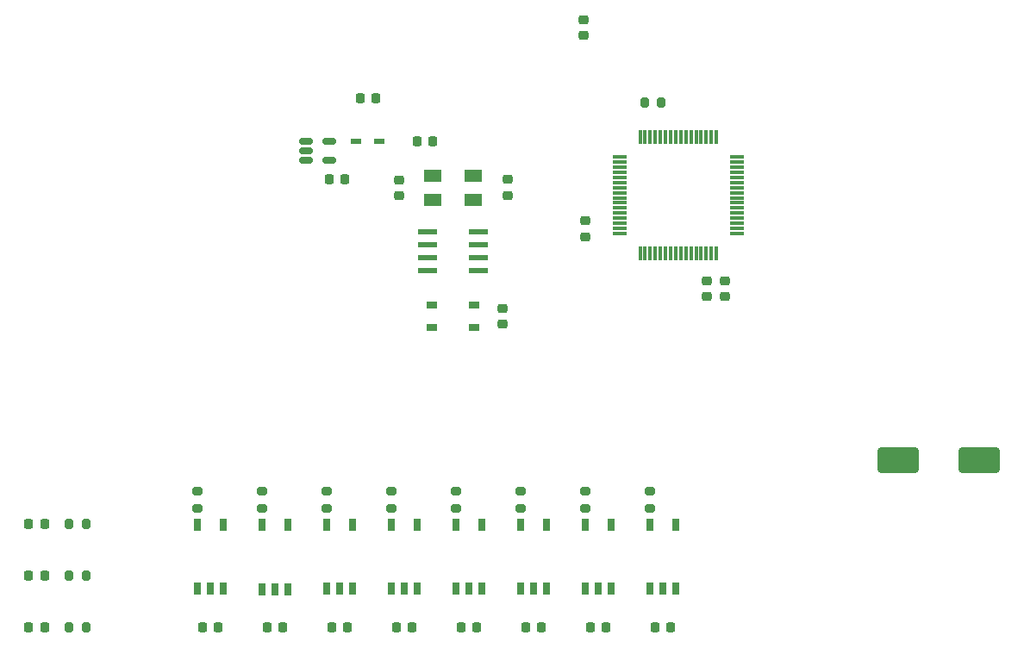
<source format=gtp>
%TF.GenerationSoftware,KiCad,Pcbnew,7.0.7*%
%TF.CreationDate,2024-01-23T17:49:00+09:00*%
%TF.ProjectId,ALTAIR_SERVO_MODULE_V1,414c5441-4952-45f5-9345-52564f5f4d4f,rev?*%
%TF.SameCoordinates,Original*%
%TF.FileFunction,Paste,Top*%
%TF.FilePolarity,Positive*%
%FSLAX46Y46*%
G04 Gerber Fmt 4.6, Leading zero omitted, Abs format (unit mm)*
G04 Created by KiCad (PCBNEW 7.0.7) date 2024-01-23 17:49:00*
%MOMM*%
%LPD*%
G01*
G04 APERTURE LIST*
G04 Aperture macros list*
%AMRoundRect*
0 Rectangle with rounded corners*
0 $1 Rounding radius*
0 $2 $3 $4 $5 $6 $7 $8 $9 X,Y pos of 4 corners*
0 Add a 4 corners polygon primitive as box body*
4,1,4,$2,$3,$4,$5,$6,$7,$8,$9,$2,$3,0*
0 Add four circle primitives for the rounded corners*
1,1,$1+$1,$2,$3*
1,1,$1+$1,$4,$5*
1,1,$1+$1,$6,$7*
1,1,$1+$1,$8,$9*
0 Add four rect primitives between the rounded corners*
20,1,$1+$1,$2,$3,$4,$5,0*
20,1,$1+$1,$4,$5,$6,$7,0*
20,1,$1+$1,$6,$7,$8,$9,0*
20,1,$1+$1,$8,$9,$2,$3,0*%
G04 Aperture macros list end*
%ADD10RoundRect,0.225000X-0.225000X-0.250000X0.225000X-0.250000X0.225000X0.250000X-0.225000X0.250000X0*%
%ADD11R,1.085000X0.550000*%
%ADD12R,0.800000X1.200000*%
%ADD13RoundRect,0.225000X-0.250000X0.225000X-0.250000X-0.225000X0.250000X-0.225000X0.250000X0.225000X0*%
%ADD14RoundRect,0.218750X-0.218750X-0.256250X0.218750X-0.256250X0.218750X0.256250X-0.218750X0.256250X0*%
%ADD15R,1.800000X1.200000*%
%ADD16RoundRect,0.200000X-0.200000X-0.275000X0.200000X-0.275000X0.200000X0.275000X-0.200000X0.275000X0*%
%ADD17RoundRect,0.225000X0.250000X-0.225000X0.250000X0.225000X-0.250000X0.225000X-0.250000X-0.225000X0*%
%ADD18RoundRect,0.250000X1.750000X1.000000X-1.750000X1.000000X-1.750000X-1.000000X1.750000X-1.000000X0*%
%ADD19RoundRect,0.200000X0.275000X-0.200000X0.275000X0.200000X-0.275000X0.200000X-0.275000X-0.200000X0*%
%ADD20R,1.475000X0.300000*%
%ADD21R,0.300000X1.475000*%
%ADD22RoundRect,0.150000X-0.512500X-0.150000X0.512500X-0.150000X0.512500X0.150000X-0.512500X0.150000X0*%
%ADD23R,1.050000X0.650000*%
%ADD24R,1.970000X0.590000*%
G04 APERTURE END LIST*
D10*
%TO.C,C17*%
X156705000Y-118695000D03*
X158255000Y-118695000D03*
%TD*%
D11*
%TO.C,D1*%
X142304700Y-70876200D03*
X140024700Y-70876200D03*
%TD*%
D12*
%TO.C,IC8*%
X171450000Y-108585000D03*
X168910000Y-108585000D03*
X168910000Y-114885000D03*
X170180000Y-114885000D03*
X171450000Y-114885000D03*
%TD*%
D13*
%TO.C,C7*%
X176276000Y-84582000D03*
X176276000Y-86132000D03*
%TD*%
D14*
%TO.C,LED3*%
X107915500Y-118618000D03*
X109490500Y-118618000D03*
%TD*%
D15*
%TO.C,Q1*%
X151563000Y-74251000D03*
X147563000Y-74251000D03*
X147563000Y-76651000D03*
X151563000Y-76651000D03*
%TD*%
D10*
%TO.C,C12*%
X124955000Y-118695000D03*
X126505000Y-118695000D03*
%TD*%
%TO.C,C19*%
X169405000Y-118695000D03*
X170955000Y-118695000D03*
%TD*%
D16*
%TO.C,R1*%
X111888000Y-108518000D03*
X113538000Y-108518000D03*
%TD*%
D17*
%TO.C,C1*%
X154940000Y-76215000D03*
X154940000Y-74665000D03*
%TD*%
D14*
%TO.C,LED1*%
X107915500Y-108458000D03*
X109490500Y-108458000D03*
%TD*%
D18*
%TO.C,C9*%
X201295000Y-102235000D03*
X193295000Y-102235000D03*
%TD*%
D19*
%TO.C,R8*%
X143510000Y-106934000D03*
X143510000Y-105284000D03*
%TD*%
D10*
%TO.C,C16*%
X150355000Y-118695000D03*
X151905000Y-118695000D03*
%TD*%
D19*
%TO.C,R10*%
X156210000Y-106934000D03*
X156210000Y-105284000D03*
%TD*%
D16*
%TO.C,R4*%
X168402000Y-67056000D03*
X170052000Y-67056000D03*
%TD*%
D10*
%TO.C,C15*%
X144005000Y-118695000D03*
X145555000Y-118695000D03*
%TD*%
D12*
%TO.C,IC3*%
X139700000Y-108585000D03*
X137160000Y-108585000D03*
X137160000Y-114885000D03*
X138430000Y-114885000D03*
X139700000Y-114885000D03*
%TD*%
D19*
%TO.C,R12*%
X168910000Y-106934000D03*
X168910000Y-105284000D03*
%TD*%
D12*
%TO.C,IC5*%
X152400000Y-108585000D03*
X149860000Y-108585000D03*
X149860000Y-114885000D03*
X151130000Y-114885000D03*
X152400000Y-114885000D03*
%TD*%
D13*
%TO.C,C4*%
X162400000Y-58928000D03*
X162400000Y-60478000D03*
%TD*%
D20*
%TO.C,U3*%
X165966000Y-72450000D03*
X165966000Y-72950000D03*
X165966000Y-73450000D03*
X165966000Y-73950000D03*
X165966000Y-74450000D03*
X165966000Y-74950000D03*
X165966000Y-75450000D03*
X165966000Y-75950000D03*
X165966000Y-76450000D03*
X165966000Y-76950000D03*
X165966000Y-77450000D03*
X165966000Y-77950000D03*
X165966000Y-78450000D03*
X165966000Y-78950000D03*
X165966000Y-79450000D03*
X165966000Y-79950000D03*
D21*
X167954000Y-81938000D03*
X168454000Y-81938000D03*
X168954000Y-81938000D03*
X169454000Y-81938000D03*
X169954000Y-81938000D03*
X170454000Y-81938000D03*
X170954000Y-81938000D03*
X171454000Y-81938000D03*
X171954000Y-81938000D03*
X172454000Y-81938000D03*
X172954000Y-81938000D03*
X173454000Y-81938000D03*
X173954000Y-81938000D03*
X174454000Y-81938000D03*
X174954000Y-81938000D03*
X175454000Y-81938000D03*
D20*
X177442000Y-79950000D03*
X177442000Y-79450000D03*
X177442000Y-78950000D03*
X177442000Y-78450000D03*
X177442000Y-77950000D03*
X177442000Y-77450000D03*
X177442000Y-76950000D03*
X177442000Y-76450000D03*
X177442000Y-75950000D03*
X177442000Y-75450000D03*
X177442000Y-74950000D03*
X177442000Y-74450000D03*
X177442000Y-73950000D03*
X177442000Y-73450000D03*
X177442000Y-72950000D03*
X177442000Y-72450000D03*
D21*
X175454000Y-70462000D03*
X174954000Y-70462000D03*
X174454000Y-70462000D03*
X173954000Y-70462000D03*
X173454000Y-70462000D03*
X172954000Y-70462000D03*
X172454000Y-70462000D03*
X171954000Y-70462000D03*
X171454000Y-70462000D03*
X170954000Y-70462000D03*
X170454000Y-70462000D03*
X169954000Y-70462000D03*
X169454000Y-70462000D03*
X168954000Y-70462000D03*
X168454000Y-70462000D03*
X167954000Y-70462000D03*
%TD*%
D10*
%TO.C,C5*%
X146024000Y-70866000D03*
X147574000Y-70866000D03*
%TD*%
D19*
%TO.C,R6*%
X130810000Y-106934000D03*
X130810000Y-105284000D03*
%TD*%
D22*
%TO.C,U1*%
X135128000Y-70866000D03*
X135128000Y-71816000D03*
X135128000Y-72766000D03*
X137403000Y-72766000D03*
X137403000Y-70866000D03*
%TD*%
D12*
%TO.C,IC7*%
X165100000Y-108585000D03*
X162560000Y-108585000D03*
X162560000Y-114885000D03*
X163830000Y-114885000D03*
X165100000Y-114885000D03*
%TD*%
D14*
%TO.C,LED2*%
X107915500Y-113538000D03*
X109490500Y-113538000D03*
%TD*%
D12*
%TO.C,IC1*%
X127000000Y-108585000D03*
X124460000Y-108585000D03*
X124460000Y-114885000D03*
X125730000Y-114885000D03*
X127000000Y-114885000D03*
%TD*%
%TO.C,IC4*%
X146050000Y-108585000D03*
X143510000Y-108585000D03*
X143510000Y-114885000D03*
X144780000Y-114885000D03*
X146050000Y-114885000D03*
%TD*%
D16*
%TO.C,R3*%
X111888000Y-118618000D03*
X113538000Y-118618000D03*
%TD*%
D10*
%TO.C,C18*%
X163055000Y-118695000D03*
X164605000Y-118695000D03*
%TD*%
D23*
%TO.C,S1*%
X147488000Y-87006000D03*
X151638000Y-87006000D03*
X147488000Y-89156000D03*
X151638000Y-89156000D03*
%TD*%
D19*
%TO.C,R5*%
X124460000Y-106934000D03*
X124460000Y-105284000D03*
%TD*%
%TO.C,R11*%
X162560000Y-106934000D03*
X162560000Y-105284000D03*
%TD*%
D24*
%TO.C,S2*%
X152038000Y-83636000D03*
X152038000Y-82366000D03*
X152038000Y-81096000D03*
X152038000Y-79826000D03*
X147088000Y-79826000D03*
X147088000Y-81096000D03*
X147088000Y-82366000D03*
X147088000Y-83636000D03*
%TD*%
D13*
%TO.C,C2*%
X144272000Y-74676000D03*
X144272000Y-76226000D03*
%TD*%
D19*
%TO.C,R7*%
X137160000Y-106934000D03*
X137160000Y-105284000D03*
%TD*%
D12*
%TO.C,IC6*%
X158750000Y-108585000D03*
X156210000Y-108585000D03*
X156210000Y-114885000D03*
X157480000Y-114885000D03*
X158750000Y-114885000D03*
%TD*%
D10*
%TO.C,C10*%
X140436000Y-66675000D03*
X141986000Y-66675000D03*
%TD*%
%TO.C,C11*%
X137408500Y-74610000D03*
X138958500Y-74610000D03*
%TD*%
D19*
%TO.C,R9*%
X149860000Y-106934000D03*
X149860000Y-105284000D03*
%TD*%
D16*
%TO.C,R2*%
X111888000Y-113538000D03*
X113538000Y-113538000D03*
%TD*%
D17*
%TO.C,C8*%
X154432000Y-88856000D03*
X154432000Y-87306000D03*
%TD*%
D13*
%TO.C,C3*%
X174498000Y-84582000D03*
X174498000Y-86132000D03*
%TD*%
D10*
%TO.C,C13*%
X131305000Y-118695000D03*
X132855000Y-118695000D03*
%TD*%
%TO.C,C14*%
X137655000Y-118695000D03*
X139205000Y-118695000D03*
%TD*%
D12*
%TO.C,IC2*%
X133350000Y-108610000D03*
X130810000Y-108610000D03*
X130810000Y-114910000D03*
X132080000Y-114910000D03*
X133350000Y-114910000D03*
%TD*%
D17*
%TO.C,C6*%
X162560000Y-80264000D03*
X162560000Y-78714000D03*
%TD*%
M02*

</source>
